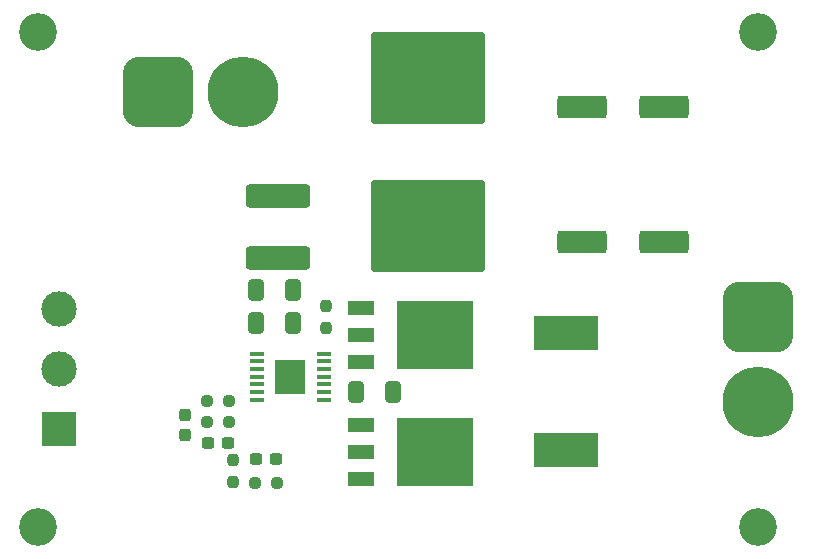
<source format=gts>
G04 #@! TF.GenerationSoftware,KiCad,Pcbnew,6.0.9-8da3e8f707~116~ubuntu22.04.1*
G04 #@! TF.CreationDate,2022-12-04T14:32:32+01:00*
G04 #@! TF.ProjectId,pcb_15V,7063625f-3135-4562-9e6b-696361645f70,rev?*
G04 #@! TF.SameCoordinates,Original*
G04 #@! TF.FileFunction,Soldermask,Top*
G04 #@! TF.FilePolarity,Negative*
%FSLAX46Y46*%
G04 Gerber Fmt 4.6, Leading zero omitted, Abs format (unit mm)*
G04 Created by KiCad (PCBNEW 6.0.9-8da3e8f707~116~ubuntu22.04.1) date 2022-12-04 14:32:32*
%MOMM*%
%LPD*%
G01*
G04 APERTURE LIST*
G04 Aperture macros list*
%AMRoundRect*
0 Rectangle with rounded corners*
0 $1 Rounding radius*
0 $2 $3 $4 $5 $6 $7 $8 $9 X,Y pos of 4 corners*
0 Add a 4 corners polygon primitive as box body*
4,1,4,$2,$3,$4,$5,$6,$7,$8,$9,$2,$3,0*
0 Add four circle primitives for the rounded corners*
1,1,$1+$1,$2,$3*
1,1,$1+$1,$4,$5*
1,1,$1+$1,$6,$7*
1,1,$1+$1,$8,$9*
0 Add four rect primitives between the rounded corners*
20,1,$1+$1,$2,$3,$4,$5,0*
20,1,$1+$1,$4,$5,$6,$7,0*
20,1,$1+$1,$6,$7,$8,$9,0*
20,1,$1+$1,$8,$9,$2,$3,0*%
G04 Aperture macros list end*
%ADD10R,2.200000X1.200000*%
%ADD11R,6.400000X5.800000*%
%ADD12C,3.000000*%
%ADD13R,3.000000X3.000000*%
%ADD14RoundRect,0.250000X-0.412500X-0.650000X0.412500X-0.650000X0.412500X0.650000X-0.412500X0.650000X0*%
%ADD15RoundRect,0.237500X0.300000X0.237500X-0.300000X0.237500X-0.300000X-0.237500X0.300000X-0.237500X0*%
%ADD16RoundRect,0.237500X-0.237500X0.300000X-0.237500X-0.300000X0.237500X-0.300000X0.237500X0.300000X0*%
%ADD17RoundRect,0.249998X4.550002X-3.650002X4.550002X3.650002X-4.550002X3.650002X-4.550002X-3.650002X0*%
%ADD18RoundRect,0.249999X2.450001X-0.737501X2.450001X0.737501X-2.450001X0.737501X-2.450001X-0.737501X0*%
%ADD19RoundRect,0.250000X1.825000X0.700000X-1.825000X0.700000X-1.825000X-0.700000X1.825000X-0.700000X0*%
%ADD20R,5.400000X2.900000*%
%ADD21RoundRect,0.237500X0.250000X0.237500X-0.250000X0.237500X-0.250000X-0.237500X0.250000X-0.237500X0*%
%ADD22RoundRect,0.237500X0.237500X-0.250000X0.237500X0.250000X-0.237500X0.250000X-0.237500X-0.250000X0*%
%ADD23R,1.310000X0.450000*%
%ADD24R,2.650000X3.000000*%
%ADD25RoundRect,1.500000X-1.500000X-1.500000X1.500000X-1.500000X1.500000X1.500000X-1.500000X1.500000X0*%
%ADD26C,6.000000*%
%ADD27C,3.200000*%
%ADD28RoundRect,1.500000X-1.500000X1.500000X-1.500000X-1.500000X1.500000X-1.500000X1.500000X1.500000X0*%
G04 APERTURE END LIST*
D10*
X114926000Y-62490000D03*
D11*
X121226000Y-64770000D03*
D10*
X114926000Y-64770000D03*
X114926000Y-67050000D03*
D12*
X89408000Y-52705000D03*
X89408000Y-57785000D03*
D13*
X89408000Y-62865000D03*
D14*
X114515500Y-59690000D03*
X117640500Y-59690000D03*
D15*
X103732500Y-64008000D03*
X102007500Y-64008000D03*
D16*
X100076000Y-61621500D03*
X100076000Y-63346500D03*
D17*
X120650000Y-45620000D03*
X120650000Y-33120000D03*
D18*
X107950000Y-48357500D03*
X107950000Y-43082500D03*
D14*
X106095000Y-51054000D03*
X109220000Y-51054000D03*
X106095000Y-53848000D03*
X109220000Y-53848000D03*
D15*
X107796500Y-65381500D03*
X106071500Y-65381500D03*
D19*
X140635000Y-46990000D03*
X133685000Y-46990000D03*
X140635000Y-35560000D03*
X133685000Y-35560000D03*
D20*
X132334000Y-54740000D03*
X132334000Y-64640000D03*
D10*
X114926000Y-52584000D03*
D11*
X121226000Y-54864000D03*
D10*
X114926000Y-54864000D03*
X114926000Y-57144000D03*
D21*
X107846500Y-67413500D03*
X106021500Y-67413500D03*
D22*
X104140000Y-67310000D03*
X104140000Y-65485000D03*
D21*
X103782500Y-62230000D03*
X101957500Y-62230000D03*
X103782500Y-60452000D03*
X101957500Y-60452000D03*
D22*
X112014000Y-54252500D03*
X112014000Y-52427500D03*
D23*
X106121000Y-56470000D03*
X106121000Y-57120000D03*
X106121000Y-57770000D03*
X106121000Y-58420000D03*
X106121000Y-59070000D03*
X106121000Y-59720000D03*
X106121000Y-60370000D03*
X111811000Y-60370000D03*
X111811000Y-59720000D03*
X111811000Y-59070000D03*
X111811000Y-58420000D03*
X111811000Y-57770000D03*
X111811000Y-57120000D03*
X111811000Y-56470000D03*
D24*
X108966000Y-58420000D03*
D25*
X97790000Y-34290000D03*
D26*
X104990000Y-34290000D03*
D27*
X148590000Y-29210000D03*
D28*
X148590000Y-53340000D03*
D26*
X148590000Y-60540000D03*
D27*
X87630000Y-71120000D03*
X87630000Y-29210000D03*
X148590000Y-71120000D03*
M02*

</source>
